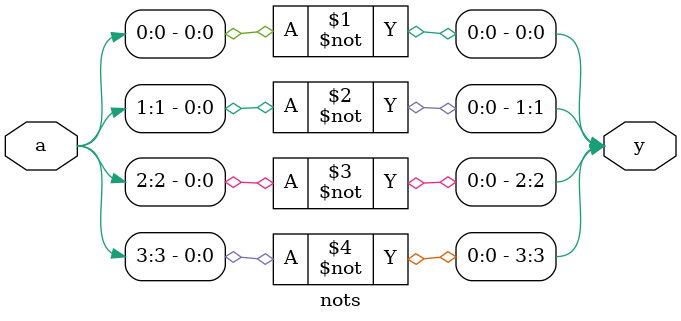
<source format=v>
module ands #(
    parameter N = 4
) (
    input  [N - 1:0] a,
    input  [N - 1:0] b,
    output [N - 1:0] y
);
  genvar i;
  for (i = 0; i < N; i = i + 1) begin
    and (y[i], a[i], b[i]);
  end
endmodule

module ors #(
    parameter N = 4
) (
    input  [N - 1:0] a,
    input  [N - 1:0] b,
    output [N - 1:0] y
);
  genvar i;
  for (i = 0; i < N; i = i + 1) begin
    or (y[i], a[i], b[i]);
  end
endmodule

module nots #(
    parameter N = 4
) (
    input  [N - 1:0] a,
    output [N - 1:0] y
);
  genvar i;
  for (i = 0; i < N; i = i + 1) begin
    not (y[i], a[i]);
  end
endmodule

</source>
